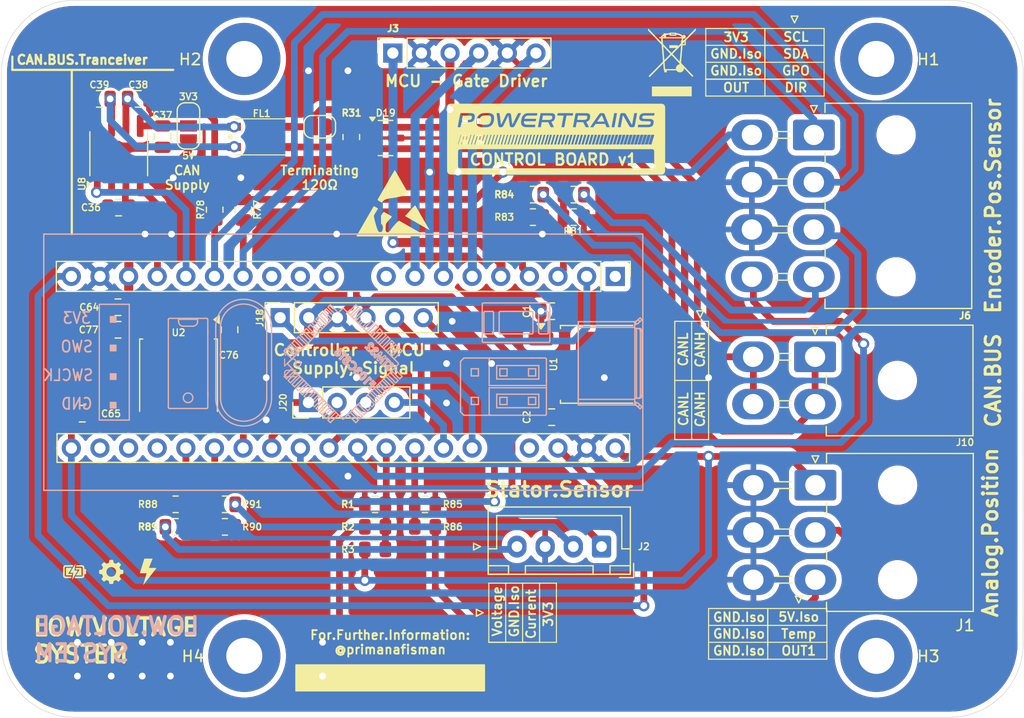
<source format=kicad_pcb>
(kicad_pcb (version 20241229) (generator "pcbnew") (generator_version "9.0")
  (layers (0 "F.Cu" signal) (2 "B.Cu" signal) (13 "F.Paste" user) (15 "B.Paste" user) (5 "F.SilkS" user "F.Silkscreen") (7 "B.SilkS" user "B.Silkscreen") (1 "F.Mask" user) (3 "B.Mask" user) (25 "Edge.Cuts" user))
  (net 0 "")
  (net 1 "5VDigital_Isolated")
  (net 2 "GND_Isolated")
  (net 3 "Net-(JP5-C)")
  (net 4 "CAL_L")
  (net 5 "CAN_H")
  (net 6 "3V3")
  (net 7 "CAN_H_Out")
  (net 8 "CAN_L_Out")
  (net 9 "Net-(J5-Pin_2)")
  (net 10 "SDA")
  (net 11 "SCL")
  (net 12 "Aux2")
  (net 13 "Aux1")
  (net 14 "DIR")
  (net 15 "GPO")
  (net 16 "Out")
  (net 17 "Net-(J2-Pin_4)")
  (net 18 "Net-(J2-Pin_2)")
  (net 19 "CAN_Rx")
  (net 20 "CAN_Tx")
  (net 21 "CurrentSensor")
  (net 22 "VoltageSensor")
  (net 23 "HIN1_Mikon")
  (net 24 "Failure_Mikon")
  (net 25 "LIN2_Mikon")
  (net 26 "HIN2_Mikon")
  (net 27 "/PRECHARGE_FINISH_TRIG")
  (net 28 "BATTV_Out")
  (net 29 "LIN1_Mikon")
  (net 30 "CTRLV_Out")
  (net 31 "12V_Isolated")
  (net 32 "Ready")
  (net 33 "FinishLV")
  (net 37 "Net-(U23-VDDA)")
  (net 43 "Net-(J6-Pin_4)")
  (net 44 "Aux3")
  (net 45 "Net-(J1-Pin_2)")
  (net 46 "Out1")
  (net 47 "Net-(J1-Pin_3)")
  (net 48 "Net-(J6-Pin_3)")
  (footprint "Capacitor_SMD:C_0805_2012Metric" (layer "F.Cu") (at 175.4 141.15 180)
    (property "Reference" "C36")
    (property "Value" "1uF")
  )
  (footprint "clipboard:bbd6e5e4-20c7-4ba6-9c8b-5c4b70e298b7" (layer "F.Cu") (at 207.5 171.25)
    (property "Reference" "")
    (property "Value" "")
  )
  (footprint "Capacitor_SMD:C_0805_2012Metric" (layer "F.Cu") (at 177.15 131.5)
    (property "Reference" "C38")
    (property "Value" "220pf")
  )
  (footprint "MountingHole:MountingHole_3.2mm_M3_Pad" (layer "F.Cu") (at 242.631658 180.955542)
    (property "Reference" "H3")
    (property "Value" "MountingHole")
  )
  (footprint "Package_TO_SOT_SMD:TO-252-2" (layer "F.Cu") (at 217.915 155.0725)
    (property "Reference" "U1")
    (property "Value" "LM78M05_TO252")
  )
  (footprint "Resistor_SMD:R_0805_2012Metric" (layer "F.Cu") (at 184.8375 167.5)
    (property "Reference" "R91")
    (property "Value" "1k8")
  )
  (footprint "Connector_JST:JST_XH_B4B-XH-A_1x04_P2.50mm_Vertical" (layer "F.Cu") (at 218.25 171.25 180)
    (property "Reference" "J2")
    (property "Value" "From Current & Voltage Sense")
  )
  (footprint "Package_TO_SOT_SMD:TO-252-2" (layer "F.Cu") (at 180.72 156.134188 -90)
    (property "Reference" "U2")
    (property "Value" "LM78M05_TO252")
  )
  (footprint "Capacitor_SMD:C_0805_2012Metric" (layer "F.Cu") (at 173.7 131.5 180)
    (property "Reference" "C39")
    (property "Value" "220pf")
  )
  (footprint "LOGO" (layer "F.Cu") (at 214.221218 135.067332)
    (property "Reference" "G***" (hide yes))
    (property "Value" "LOGO" (hide yes))
  )
  (footprint "Symbol:WEEE-Logo_4.2x6mm_SilkScreen" (layer "F.Cu") (at 224.5 128.25)
    (property "Reference" "REF**" (hide yes))
    (property "Value" "WEEE-Logo_4.2x6mm_SilkScreen" (hide yes))
  )
  (footprint "Package_TO_SOT_SMD:SOT-23" (layer "F.Cu") (at 199.0875 134.975)
    (property "Reference" "D19")
    (property "Value" "PESD1CAN")
  )
  (footprint "MountingHole:MountingHole_3.2mm_M3_Pad" (layer "F.Cu") (at 186.557801 180.955542)
    (property "Reference" "H4")
    (property "Value" "MountingHole")
  )
  (footprint "Connector_Molex:Molex_Mini-Fit_Jr_5569-08A2_2x04_P4.20mm_Horizontal" (layer "F.Cu") (at 237.088942 134.7 -90)
    (property "Reference" "J6")
    (property "Value" "Conn_01x08")
  )
  (footprint "Connector_Molex:Molex_Mini-Fit_Jr_5569-06A2_2x03_P4.20mm_Horizontal" (layer "F.Cu") (at 237.225 165.795 -90)
    (property "Reference" "J1")
    (property "Value" "AnalogPosition")
  )
  (footprint "Capacitor_SMD:C_0805_2012Metric" (layer "F.Cu") (at 213.828126 159.761846 180)
    (property "Reference" "C2")
    (property "Value" "100nF")
  )
  (footprint "Resistor_SMD:R_0805_2012Metric" (layer "F.Cu") (at 198.1625 169.5 180)
    (property "Reference" "R2")
    (property "Value" "1k")
  )
  (footprint "Resistor_SMD:R_0805_2012Metric" (layer "F.Cu") (at 215.78146 140)
    (property "Reference" "R82" (hide yes))
    (property "Value" "1k")
  )
  (footprint "STM32-Master:STM32F103CBT6" (layer "F.Cu") (at 196.09 154.93 -90)
    (property "Reference" "U23")
    (property "Value" "STM32F103CBTx")
  )
  (footprint "Capacitor_SMD:C_0805_2012Metric" (layer "F.Cu") (at 185.25 151.994188 90)
    (property "Reference" "C76")
    (property "Value" "330nF")
  )
  (footprint "Jumper:SolderJumper-3_P1.3mm_Open_RoundedPad1.0x1.5mm_NumberLabels" (layer "F.Cu") (at 181.6 133.9 90)
    (property "Reference" "JP5" (hide yes))
    (property "Value" "Logic Level")
  )
  (footprint "Resistor_SMD:R_0805_2012Metric" (layer "F.Cu") (at 212.1625 142 180)
    (property "Reference" "R83")
    (property "Value" "1k")
  )
  (footprint "Capacitor_SMD:C_0805_2012Metric" (layer "F.Cu") (at 179.3 134.85 -90)
    (property "Reference" "C37")
    (property "Value" "1uF")
  )
  (footprint "Connector_PinSocket_2.54mm:PinSocket_1x06_P2.54mm_Vertical" (layer "F.Cu") (at 199.732801 127.430542 90)
    (property "Reference" "J3")
    (property "Value" "Conn_01x06")
  )
  (footprint "Resistor_SMD:R_0805_2012Metric" (layer "F.Cu") (at 198.160854 171.5 180)
    (property "Reference" "R3")
    (property "Value" "1k")
  )
  (footprint "Connector_PinHeader_2.54mm:PinHeader_1x04_P2.54mm_Vertical" (layer "F.Cu") (at 192.247801 158.455542 90)
    (property "Reference" "J20")
    (property "Value" "AnalogPosition")
  )
  (footprint "clipboard:bbd6e5e4-20c7-4ba6-9c8b-5c4b70e298b7" (layer "F.Cu") (at 235.375 124.75 -90)
    (property "Reference" "")
    (property "Value" "")
  )
  (footprint "Connector_PinSocket_2.54mm:PinSocket_1x06_P2.54mm_Vertical" (layer "F.Cu") (at 189.735381 150.929775 90)
    (property "Reference" "J18")
    (property "Value" "Input Power")
  )
  (footprint "Resistor_SMD:R_0805_2012Metric" (layer "F.Cu") (at 202.591325 169.5)
    (property "Reference" "R86")
    (property "Value" "1k")
  )
  (footprint "MountingHole:MountingHole_3.2mm_M3_Pad" (layer "F.Cu") (at 186.557801 127.955542)
    (property "Reference" "H2")
    (property "Value" "MountingHole")
  )
  (footprint "Capacitor_SMD:C_0805_2012Metric" (layer "F.Cu") (at 175.35 150 180)
    (property "Reference" "C64")
    (property "Value" "100nF")
  )
  (footprint "Capacitor_SMD:C_0805_2012Metric" (layer "F.Cu") (at 213.825 150.3525 180)
    (property "Reference" "C1")
    (property "Value" "330nF")
  )
  (footprint "Resistor_SMD:R_0805_2012Metric" (layer "F.Cu") (at 184.8375 169.5 180)
    (property "Reference" "R90")
    (property "Value" "3k3")
  )
  (footprint "Resistor_SMD:R_0805_2012Metric" (layer "F.Cu") (at 180.4635 169.5 180)
    (property "Reference" "R89")
    (property "Value" "1k8")
  )
  (footprint "Resistor_SMD:R_0805_2012Metric" (layer "F.Cu") (at 215.78146 142 180)
    (property "Reference" "R81")
    (property "Value" "1k")
  )
  (footprint "Resistor_SMD:R_0805_2012Metric" (layer "F.Cu") (at 180.462759 167.5)
    (property "Reference" "R88")
    (property "Value" "3k3")
  )
  (footprint "Resistor_SMD:R_0805_2012Metric" (layer "F.Cu") (at 196.05 134.8875 -90)
    (property "Reference" "R31")
    (property "Value" "120")
  )
  (footprint "clipboard:bbd6e5e4-20c7-4ba6-9c8b-5c4b70e298b7" (layer "F.Cu") (at 235.75 176.25 -90)
    (property "Reference" "")
    (property "Value" "")
  )
  (footprint "MountingHole:MountingHole_3.2mm_M3_Pad" (layer "F.Cu") (at 242.631658 127.955542)
    (property "Reference" "H1")
    (property "Value" "MountingHole")
  )
  (footprint "DLW43MH201XK2K:DLW43" (layer "F.Cu") (at 187.88 134.885 180)
    (property "Reference" "FL1")
    (property "Value" "DLW43MH201XK2K")
  )
  (footprint "Capacitor_SMD:C_0805_2012Metric" (layer "F.Cu") (at 175.353061 152)
    (property "Reference" "C77")
    (property "Value" "100nF")
  )
  (footprint "Package_SO:SOIC-8_3.9x4.9mm_P1.27mm" (layer "F.Cu") (at 175.415 136.375 90)
    (property "Reference" "U8")
    (property "Value" "MCP2562-H-SN")
  )
  (footprint "Resistor_SMD:R_0805_2012Metric" (layer "F.Cu") (at 198.1625 167.5)
    (property "Reference" "R1")
    (property "Value" "1k")
  )
  (footprint "Symbol:ESD-Logo_6.6x6mm_SilkScreen" (layer "F.Cu") (at 199.75 140.75)
    (property "Reference" "REF**" (hide yes))
    (property "Value" "ESD-Logo_6.6x6mm_SilkScreen" (hide yes))
  )
  (footprint "LOGO" (layer "F.Cu") (at 174.75 173.5)
    (property "Reference" "G***" (hide yes))
    (property "Value" "LOGO" (hide yes))
  )
  (footprint "Resistor_SMD:R_0805_2012Metric" (layer "F.Cu") (at 202.5875 167.5 180)
    (property "Reference" "R85")
    (property "Value" "1k")
  )
  (footprint "clipboard:bbd6e5e4-20c7-4ba6-9c8b-5c4b70e298b7" (layer "F.Cu") (at 207.75 177.125)
    (property "Reference" "")
    (property "Value" "")
  )
  (footprint "Jumper:SolderJumper-2_P1.3mm_Open_RoundedPad1.0x1.5mm" (layer "F.Cu") (at 193.25 133.975)
    (property "Reference" "J5" (hide yes))
    (property "Value" "Selector Termination")
  )
  (footprint "Resistor_SMD:R_0805_2012Metric" (layer "F.Cu") (at 183.928179 141.3375 -90)
    (property "Reference" "R78")
    (property "Value" "1k")
  )
  (footprint "Connector_Molex:Molex_Mini-Fit_Jr_5569-04A2_2x02_P4.20mm_Horizontal" (layer "F.Cu") (at 237.2 154.4 -90)
    (property "Reference" "J10" (hide yes))
    (property "Value" "CANBUS")
  )
  (footprint "Resistor_SMD:R_0805_2012Metric" (layer "F.Cu") (at 212.16572 140)
    (property "Reference" "R84")
    (property "Value" "1k")
  )
  (footprint "Capacitor_SMD:C_0805_2012Metric" (layer "F.Cu") (at 172.178875 159.45)
    (property "Reference" "C65")
    (property "Value" "100nF")
  )
  (footprint "Resistor_SMD:R_0805_2012Metric" (layer "F.Cu") (at 186.465979 141.3375 -90)
    (property "Reference" "R77")
    (property "Value" "1k")
  )
  (footprint "clipboard:bbd6e5e4-20c7-4ba6-9c8b-5c4b70e298b7" (layer "F.Cu") (at 227.001603 150.92294 -90)
    (property "Reference" "")
    (property "Value" "")
  )
  (gr_line (start 232.75 129.75) (end 227.5 129.75) (stroke (width 0.1)) (layer "F.SilkS"))
  (gr_line (start 209.75 174.5) (end 209.75 179.75) (stroke (width 0.1)) (layer "F.SilkS"))
  (gr_line (start 227.5 128.5) (end 227.5 125.25) (stroke (width 0.1)) (layer "F.SilkS"))
  (gr_line (start 233 178.25) (end 227.75 178.25) (stroke (width 0.1)) (layer "F.SilkS"))
  (gr_line (start 232.75 128.25) (end 227.5 128.25) (stroke (width 0.1)) (layer "F.SilkS"))
  (gr_line (start 238 131.25) (end 238 129.75) (stroke (width 0.1)) (layer "F.SilkS"))
  (gr_line (start 224.75 151.25) (end 224.75 156.5) (stroke (width 0.1)) (layer "F.SilkS"))
  (gr_line (start 171.25 128.975) (end 171.25 143.5) (stroke (width 0.2)) (layer "F.SilkS"))
  (gr_line (start 233 180) (end 233 181.25) (stroke (width 0.1)) (layer "F.SilkS"))
  (gr_line (start 238.25 176.75) (end 233 176.75) (stroke (width 0.1)) (layer "F.SilkS"))
  (gr_line (start 211.25 174.5) (end 211.25 179.75) (stroke (width 0.1)) (layer "F.SilkS"))
  (gr_line (start 214.25 174.5) (end 211.5 174.5) (stroke (width 0.1)) (layer "F.SilkS"))
  (gr_line (start 227.75 180) (end 227.75 181.25) (stroke (width 0.1)) (layer "F.SilkS"))
  (gr_line (start 208.25 174.5) (end 208.25 179.75) (stroke (width 0.1)) (layer "F.SilkS"))
  (gr_line (start 211.5 179.75) (end 212.75 179.75) (stroke (width 0.1)) (layer "F.SilkS"))
  (gr_line (start 233 176.75) (end 227.75 176.75) (stroke (width 0.1)) (layer "F.SilkS"))
  (gr_line (start 227.75 156.5) (end 227.75 161.75) (stroke (width 0.1)) (layer "F.SilkS"))
  (gr_line (start 238 129.75) (end 238 128.5) (stroke (width 0.1)) (layer "F.SilkS"))
  (gr_line (start 238.25 176.75) (end 238.25 180) (stroke (width 0.1)) (layer "F.SilkS"))
  (gr_line (start 227.5 129.75) (end 227.5 131.25) (stroke (width 0.1)) (layer "F.SilkS"))
  (gr_line (start 238.25 181.25) (end 238.25 180) (stroke (width 0.1)) (layer "F.SilkS"))
  (gr_line (start 224.75 156.5) (end 224.75 161.75) (stroke (width 0.1)) (layer "F.SilkS"))
  (gr_line (start 232.75 131.25) (end 232.75 129.75) (stroke (width 0.1)) (layer "F.SilkS"))
  (gr_line (start 232.75 131.25) (end 238 131.25) (stroke (width 0.1)) (layer "F.SilkS"))
  (gr_line (start 165.975 127.75075) (end 165.975 128.925) (stroke (width 0.2)) (layer "F.SilkS"))
  (gr_line (start 238.25 178.25) (end 233 178.25) (stroke (width 0.1)) (layer "F.SilkS"))
  (gr_line (start 233 180) (end 233 176.75) (stroke (width 0.1)) (layer "F.SilkS"))
  (gr_line (start 214.25 174.5) (end 214.25 179.75) (stroke (width 0.1)) (layer "F.SilkS"))
  (gr_line (start 208.25 179.75) (end 211.5 179.75) (stroke (width 0.1)) (layer "F.SilkS"))
  (gr_line (start 232.75 128.5) (end 232.75 125.25) (stroke (width 0.1)) (layer "F.SilkS"))
  (gr_line (start 226.25 151.25) (end 226.25 156.5) (stroke (width 0.1)) (layer "F.SilkS"))
  (gr_line (start 227.75 156.5) (end 224.75 156.5) (stroke (width 0.1)) (layer "F.SilkS"))
  (gr_line (start 227.75 180) (end 227.75 176.75) (stroke (width 0.1)) (layer "F.SilkS"))
  (gr_line (start 211.5 179.75) (end 208.25 179.75) (stroke (width 0.1)) (layer "F.SilkS"))
  (gr_line (start 232.75 125.25) (end 227.5 125.25) (stroke (width 0.1)) (layer "F.SilkS"))
  (gr_line (start 233 179.75) (end 227.75 179.75) (stroke (width 0.1)) (layer "F.SilkS"))
  (gr_line (start 232.75 129.75) (end 238 129.75) (stroke (width 0.1)) (layer "F.SilkS"))
  (gr_line (start 227.75 161.75) (end 224.75 161.75) (stroke (width 0.1)) (layer "F.SilkS"))
  (gr_line (start 238 128.25) (end 232.75 128.25) (stroke (width 0.1)) (layer "F.SilkS"))
  (gr_rect (start 191.1308 181.75) (end 207.8694 184.0669) (stroke (width 0.1)) (fill yes) (layer "F.SilkS"))
  (gr_line (start 238 125.25) (end 232.75 125.25) (stroke (width 0.1)) (layer "F.SilkS"))
  (gr_line (start 224.75 151.25) (end 227.75 151.25) (stroke (width 0.1)) (layer "F.SilkS"))
  (gr_line (start 227.5 131.25) (end 232.75 131.25) (stroke (width 0.1)) (layer "F.SilkS"))
  (gr_line (start 227.5 128.5) (end 227.5 129.75) (stroke (width 0.1)) (layer "F.SilkS"))
  (gr_line (start 227.75 151.25) (end 227.75 156.5) (stroke (width 0.1)) (layer "F.SilkS"))
  (gr_line (start 238 125.25) (end 238 128.5) (stroke (width 0.1)) (layer "F.SilkS"))
  (gr_line (start 233 181.25) (end 238.25 181.25) (stroke (width 0.1)) (layer "F.SilkS"))
  (gr_line (start 214.25 179.75) (end 212.75 179.75) (stroke (width 0.1)) (layer "F.SilkS"))
  (gr_line (start 238.25 179.75) (end 233 179.75) (stroke (width 0.1)) (layer "F.SilkS"))
  (gr_line (start 232.75 125.25) (end 232.75 128.5) (stroke (width 0.1)) (layer "F.SilkS"))
  (gr_line (start 208.25 174.5) (end 211.5 174.5) (stroke (width 0.1)) (layer "F.SilkS"))
  (gr_line (start 232.75 129.75) (end 232.75 128.5) (stroke (width 0.1)) (layer "F.SilkS"))
  (gr_line (start 226.25 156.5) (end 226.25 161.75) (stroke (width 0.1)) (layer "F.SilkS"))
  (gr_line (start 233 176.75) (end 233 180) (stroke (width 0.1)) (layer "F.SilkS"))
  (gr_line (start 238 126.75) (end 232.75 126.75) (stroke (width 0.1)) (layer "F.SilkS"))
  (gr_line (start 212.75 179.75) (end 212.75 174.5) (stroke (width 0.1)) (layer "F.SilkS"))
  (gr_line (start 232.75 126.75) (end 227.5 126.75) (stroke (width 0.1)) (layer "F.SilkS"))
  (gr_line (start 238 129.75) (end 232.75 129.75) (stroke (width 0.1)) (layer "F.SilkS"))
  (gr_line (start 180.25 128.925) (end 165.975 128.925) (stroke (width 0.2)) (layer "F.SilkS"))
  (gr_line (start 212.75 174.5) (end 212.75 179.75) (stroke (width 0.1)) (layer "F.SilkS"))
  (gr_line (start 227.5 129.75) (end 232.75 129.75) (stroke (width 0.1)) (layer "F.SilkS"))
  (gr_line (start 227.75 181.25) (end 233 181.25) (stroke (width 0.1)) (layer "F.SilkS"))
  (gr_arc (start 171.5 186.403806) (mid 166.903806 184.5) (end 165 179.903806) (stroke (width 0.05)) (layer "Edge.Cuts"))
  (gr_line (start 165 129.25) (end 165.000001 179.903806) (stroke (width 0.05)) (layer "Edge.Cuts"))
  (gr_line (start 249.153806 186.4038) (end 171.5 186.403806) (stroke (width 0.05)) (layer "Edge.Cuts"))
  (gr_line (start 255.660995 129.24593) (end 255.653806 179.9038) (stroke (width 0.05)) (layer "Edge.Cuts"))
  (gr_arc (start 255.653806 179.903806) (mid 253.75 184.5) (end 249.153806 186.403806) (stroke (width 0.05)) (layer "Edge.Cuts"))
  (gr_line (start 249.160995 122.74593) (end 171.5 122.75) (stroke (width 0.05)) (layer "Edge.Cuts"))
  (gr_arc (start 165 129.25) (mid 166.903806 124.653806) (end 171.5 122.75) (stroke (width 0.05)) (layer "Edge.Cuts"))
  (gr_arc (start 249.160995 122.74593) (mid 253.757189 124.649736) (end 255.660995 129.24593) (stroke (width 0.05)) (layer "Edge.Cuts"))
  (gr_text "Voltage" (at 209 177 90) (layer "F.SilkS") (effects (font (size 0.8 0.8) (thickness 0.16) (bold yes))))
  (gr_text "5V.Iso" (at 235.75 177.5 0) (layer "F.SilkS") (effects (font (size 0.8 0.8) (thickness 0.16) (bold yes))))
  (gr_text "Analog.Position" (at 252.75 170 90) (layer "F.SilkS") (effects (font (size 1.3 1.3) (thickness 0.26) (bold yes))))
  (gr_text "GND.Iso" (at 230.449217 177.525391 0) (layer "F.SilkS") (effects (font (size 0.8 0.8) (thickness 0.16) (bold yes))))
  (gr_text "CAN\nSupply" (at 181.5 138.5 0) (layer "F.SilkS") (effects (font (size 0.8 0.8) (thickness 0.16) (bold yes))))
  (gr_text "3V3" (at 213.525391 177.25 90) (layer "F.SilkS") (effects (font (size 0.8 0.8) (thickness 0.16) (bold yes))))
  (gr_text "GPO" (at 235.5 129 0) (layer "F.SilkS") (effects (font (size 0.8 0.8) (thickness 0.16) (bold yes))))
  (gr_text "Temp" (at 235.75 179 0) (layer "F.SilkS") (effects (font (size 0.8 0.8) (thickness 0.16) (bold yes))))
  (gr_text "CANL" (at 225.525391 159.050783 90) (layer "F.SilkS") (effects (font (size 0.8 0.8) (thickness 0.16) (bold yes))))
  (gr_text "OUT" (at 230.19678 130.5 0) (layer "F.SilkS") (effects (font (size 0.8 0.8) (thickness 0.16) (bold yes))))
  (gr_text "CAN.BUS" (at 253 156.5 90) (layer "F.SilkS") (effects (font (size 1.3 1.3) (thickness 0.26) (bold yes))))
  (gr_text "Terminating\n120Ω" (at 193.25 138.5 0) (layer "F.SilkS") (effects (font (size 0.8 0.8) (thickness 0.16) (bold yes))))
  (gr_text "3V3" (at 230.199217 126.025391 0) (layer "F.SilkS") (effects (font (size 0.8 0.8) (thickness 0.16) (bold yes))))
  (gr_text "GND.Iso" (at 230.44678 180.5 0) (layer "F.SilkS") (effects (font (size 0.8 0.8) (thickness 0.16) (bold yes))))
  (gr_text "GND.Iso" (at 230.449217 179 0) (layer "F.SilkS") (effects (font (size 0.8 0.8) (thickness 0.16) (bold yes))))
  (gr_text "For.Further.Information:\n@primanafisman" (at 199.5 179.75 0) (layer "F.SilkS") (effects (font (size 0.8 0.8) (thickness 0.16) (bold yes))))
  (gr_text "OUT1" (at 235.75 180.5 0) (layer "F.SilkS") (effects (font (size 0.8 0.8) (thickness 0.16) (bold yes))))
  (gr_text "Controller - MCU \nSupply, Signal" (at 196.25 156 0) (layer "F.SilkS") (effects (font (size 1 1) (thickness 0.2) (bold yes)) (justify bottom)))
  (gr_text "GND.Iso" (at 230.199217 127.5 0) (layer "F.SilkS") (effects (font (size 0.8 0.8) (thickness 0.16) (bold yes))))
  (gr_text "CAN.BUS.Tranceiver" (at 166.25 128.5 0) (layer "F.SilkS") (effects (font (size 0.8 0.8) (thickness 0.2) (bold yes)) (justify left bottom)))
  (gr_text "CANH" (at 227 159.050783 90) (layer "F.SilkS") (effects (font (size 0.8 0.8) (thickness 0.16) (bold yes))))
  (gr_text "Stator.Sensor" (at 214.5 166.18 0) (layer "F.SilkS") (effects (font (size 1.3 1.3) (thickness 0.26) (bold yes))))
  (gr_text "GND.Iso\n" (at 210.5 177 90) (layer "F.SilkS") (effects (font (size 0.8 0.8) (thickness 0.16) (bold yes))))
  (gr_text "DIR" (at 235.5 130.5 0) (layer "F.SilkS") (effects (font (size 0.8 0.8) (thickness 0.16) (bold yes))))
  (gr_text "CANL" (at 225.5 153.75 90) (layer "F.SilkS") (effects (font (size 0.8 0.8) (thickness 0.16) (bold yes))))
  (gr_text "LOW.VOLTAGE\nSYSTEM" (at 167.6658 179.616 0) (layer "F.SilkS") (effects (font (size 1.5 1.5) (thickness 0.3)) (justify left)))
  (gr_text "SCL" (at 235.5 126 0) (layer "F.SilkS") (effects (font (size 0.8 0.8) (thickness 0.16) (bold yes))))
  (gr_text "Current" (at 212 177.25 90) (layer "F.SilkS") (effects (font (size 0.8 0.8) (thickness 0.16) (bold yes))))
  (gr_text "CONTROL BOARD v1" (at 213.99768 137.473929 0) (layer "F.SilkS") (effects (font (size 1 1) (thickness 0.2) (bold yes)) (justify bottom)))
  (gr_text "MCU - Gate Driver" (at 206.25 130.5 0) (layer "F.SilkS") (effects (font (size 1 1) (thickness 0.2) (bold yes)) (justify bottom)))
  (gr_text "CANH" (at 227 153.75 90) (layer "F.SilkS") (effects (font (size 0.8 0.8) (thickness 0.16) (bold yes))))
  (gr_text "SDA" (at 235.5 127.5 0) (layer "F.SilkS") (effects (font (size 0.8 0.8) (thickness 0.16) (bold yes))))
  (gr_text "GND.Iso" (at 230.19678 129 0) (layer "F.SilkS") (effects (font (size 0.8 0.8) (thickness 0.16) (bold yes))))
  (gr_text "Encoder.Pos.Sensor" (at 253 141 90) (layer "F.SilkS") (effects (font (size 1.3 1.3) (thickness 0.26) (bold yes))))
  (gr_text "LOW.VOLTAGE\nSYSTEM" (at 167.75 179.5 0) (layer "B.SilkS") (effects (font (size 1.5 1.5) (thickness 0.3)) (justify right mirror)))
  (segment (start 180.75 137) (end 176.837501 137) (width 0.6) (layer "F.Cu") (net 1))
  (segment (start 197.248354 171.5) (end 197.248354 174.248354) (width 0.6) (layer "F.Cu") (net 1))
  (segment (start 176 139.85) (end 176 141.85) (width 0.6) (layer "F.Cu") (net 1))
  (segment (start 171.21 162.35) (end 171.23 162.37) (width 0.6) (layer "F.Cu") (net 1))
  (segment (start 177.534188 152) (end 178.44 151.094188) (width 0.8) (layer "F.Cu") (net 1))
  (segment (start 171.23 159.451125) (end 171.21 159.471125) (width 0.6) (layer "F.Cu") (net 1))
  (segment (start 176 141.85) (end 176.3 142.15) (width 0.6) (layer "F.Cu") (net 1))
  (segment (start 176.25 150.05) (end 176.25 152.25) (width 0.8) (layer "F.Cu") (net 1))
  (segment (start 227.75 163.25) (end 220.22 163.25) (width 0.6) (layer "F.Cu") (net 1))
  (segment (start 181.6 136.15) (end 180.75 137) (width 0.6) (layer "F.Cu") (net 1))
  (segment (start 176.3 147.14) (end 176.31 147.13) (width 0.8) (layer "F.Cu") (net 1))
  (segment (start 176.05 137.787501) (end 176.05 138.85) (width 0.6) (layer "F.Cu") (net 1))
  (segment (start 197.248354 174.248354) (end 197.25 174.25) (width 0.6) (layer "F.Cu") (net 1))
  (segment (start 176.303061 152.196939) (end 176.303061 152) (width 0.8) (layer "F.Cu") (net 1))
  (segment (start 176.3 150) (end 176.25 150.05) (width 0.8) (layer "F.Cu") (net 1))
  (segment (start 176.3 150) (end 176.3 147.14) (width 0.8) (layer "F.Cu") (net 1))
  (segment (start 176.303061 152) (end 177.534188 152) (width 0.8) (layer "F.Cu") (net 1))
  (segment (start 176.837501 137) (end 176.05 137.787501) (width 0.6) (layer "F.Cu") (net 1))
  (segment (start 171.21 159.471125) (end 171.21 162.35) (width 0.6) (layer "F.Cu") (net 1))
  (segment (start 176.31 147.13) (end 176.31 142.16) (width 0.8) (layer "F.Cu") (net 1))
  (segment (start 237.225 165.6) (end 234.875 163.25) (width 0.6) (layer "F.Cu") (net 1))
  (segment (start 176.303061 152) (end 176.303061 153.196939) (width 0.8) (layer "F.Cu") (net 1))
  (segment (start 171.228875 158.271125) (end 171.228875 159.45) (width 0.8) (layer "F.Cu") (net 1))
  (segment (start 176.31 142.16) (end 176.3 142.15) (width 0.8) (layer "F.Cu") (net 1))
  (segment (start 220.22 163.25) (end 219.47 162.5) (width 0.6) (layer "F.Cu") (net 1))
  (segment (start 181.6 135.2) (end 181.6 136.15) (width 0.6) (layer "F.Cu") (net 1))
  (segment (start 176.303061 153.196939) (end 171.228875 158.271125) (width 0.8) (layer "F.Cu") (net 1))
  (segment (start 234.875 163.25) (end 227.75 163.25) (width 0.6) (layer "F.Cu") (net 1))
  (segment (start 176.25 152.25) (end 176.303061 152.196939) (width 0.8) (layer "F.Cu") (net 1))
  (via (at 197.25 174.25) (size 1) (drill 0.6) (layers "F.Cu" "B.Cu") (net 1))
  (via (at 227.75 163.25) (size 1) (drill 0.6) (layers "F.Cu" "B.Cu") (net 1))
  (segment (start 225.5 174.25) (end 227.75 172) (width 0.6) (layer "B.Cu") (net 1))
  (segment (start 227.75 172) (end 227.75 163.25) (width 0.6) (layer "B.Cu") (net 1))
  (segment (start 197.25 174.25) (end 225.5 174.25) (width 0.6) (layer "B.Cu") (net 1))
  (segment (start 171.21 168.46) (end 177 174.25) (width 0.6) (layer "B.Cu") (net 1))
  (segment (start 171.21 162.5) (end 171.21 168.46) (width 0.6) (layer "B.Cu") (net 1))
  (segment (start 177 174.25) (end 197.25 174.25) (width 0.6) (layer "B.Cu") (net 1))
  (via (at 213 143.5) (size 1) (drill 0.6) (layers "F.Cu" "B.Cu") (net 2))
  (via (at 204.5 158.5) (size 1) (drill 0.6) (layers "F.Cu" "B.Cu") (net 2))
  (via (at 171.75 182.75) (size 1) (drill 0.6) (layers "F.Cu" "B.Cu") (net 2))
  (via (at 174.75 179.75) (size 1) (drill 0.6) (layers "F.Cu" "B.Cu") (net 2))
  (via (at 180 179.75) (size 1) (drill 0.6) (layers "F.Cu" "B.Cu") (net 2))
  (via (at 177.5 182.75) (size 1) (drill 0.6) (layers "F.Cu" "B.Cu") (net 2))
  (via (at 171.75 179.75) (size 1) (drill 0.6) (layers "F.Cu" "B.Cu") (net 2))
  (via (at 218.5 156.25) (size 1) (drill 0.6) (layers "F.Cu" "B.Cu") (net 2))
  (via (at 203 138) (size 1) (drill 0.6) (layers "F.Cu" "B.Cu") (net 2))
  (via (at 177.75 143.5) (size 1) (drill 0.6) (layers "F.Cu" "B.Cu") (net 2))
  (via (at 192.25 129) (size 1) (drill 0.6) (layers "F.Cu" "B.Cu") (net 2))
  (via (at 177.5 179.75) (size 1) (drill 0.6) (layers "F.Cu" "B.Cu") (net 2))
  (via (at 193.5 182.75) (size 1) (drill 0.6) (layers "F.Cu" "B.Cu") (net 2))
  (via (at 188.5 160) (size 1) (drill 0.6) (layers "F.Cu" "B.Cu") (net 2))
  (via (at 205 151.25) (size 1) (drill 0.6) (layers "F.Cu" "B.Cu") (net 2))
  (via (at 188.5 156.25) (size 1) (drill 0.6) (layers "F.Cu" "B.Cu") (net 2))
  (via (at 180.100558 143.505296) (size 1) (drill 0.6) (layers "F.Cu" "B.Cu") (net 2))
  (via (at 195.75 129) (size 1) (drill 0.6) (layers "F.Cu" "B.Cu") (net 2))
  (via (at 195.75 165) (size 1) (drill 0.6) (layers "F.Cu" "B.Cu") (net 2))
  (via (at 174.75 182.75) (size 1) (drill 0.6) (layers "F.Cu" "B.Cu") (net 2))
  (via (at 180 182.75) (size 1) (drill 0.6) (layers "F.Cu" "B.Cu") (net 2))
  (via (at 205.5 138) (size 1) (drill 0.6) (layers "F.Cu" "B.Cu") (net 2))
  (via (at 227.75 156.25) (size 1) (drill 0.6) (layers "F.Cu" "B.Cu") (net 2))
  (via (at 186.25 138.5) (size 1) (drill 0.6) (layers "F.Cu" "B.Cu") (net 2))
  (via (at 193.5 179.75) (size 1) (drill 0.6) (layers "F.Cu" "B.Cu") (net 2))
  (via (at 196.5 156.25) (size 1) (drill 0.6) (layers "F.Cu" "B.Cu") (net 2))
  (via (at 204.5 155) (size 1) (drill 0.6) (layers "F.Cu" "B.Cu") (net 2))
  (via (at 180.25 138.5) (size 1) (drill 0.6) (layers "F.Cu" "B.Cu") (net 2))
  (via (at 208.5 155) (size 1) (drill 0.6) (layers "F.Cu" "B.Cu") (net 2))
  (via (at 194.75 143.5) (size 1) (drill 0.6) (layers "F.Cu" "B.Cu") (net 2))
  (segment (start 181.6 133.9) (end 179.3 133.9) (width 0.6) (layer "F.Cu") (net 3))
  (segment (start 179.3 133.9) (end 177.32 133.9) (width 0.6) (layer "F.Cu") (net 3))
  (segment (start 176.05 131.65) (end 176.2 131.5) (width 0.6) (layer "F.Cu") (net 4))
  (segment (start 176.05 133.9) (end 176.05 131.65) (width 0.6) (layer "F.Cu") (net 4))
  (via (at 176.2 131.5) (size 1) (drill 0.6) (layers "F.Cu" "B.Cu") (net 4))
  (via (at 185.65 133.975) (size 1) (drill 0.6) (layers "F.Cu" "B.Cu") (net 4))
  (segment (start 185.65 133.975) (end 185.625 134) (width 0.6) (layer "B.Cu") (net 4))
  (segment (start 178.7 134) (end 176.2 131.5) (width 0.6) (layer "B.Cu") (net 4))
  (segment (start 185.625 134) (end 178.7 134) (width 0.6) (layer "B.Cu") (net 4))
  (segment (start 174.78 133.9) (end 174.78 131.63) (width 0.6) (layer "F.Cu") (net 5))
  (segment (start 185.6689 135.748539) (end 185.6689 135.7561) (width 0.6) (layer "F.Cu") (net 5))
  (segment (start 174.78 131.63) (end 174.65 131.5) (width 0.6) (layer "F.Cu") (net 5))
  (segment (start 185.6689 135.7561) (end 185.65 135.775) (width 0.6) (layer "F.Cu") (net 5))
  (via (at 174.65 131.5) (size 1) (drill 0.6) (layers "F.Cu" "B.Cu") (net 5))
  (via (at 185.6689 135.748539) (size 1) (drill 0.6) (layers "F.Cu" "B.Cu") (net 5))
  (segment (start 185.6689 135.748539) (end 185.667439 135.75) (width 0.6) (layer "B.Cu") (net 5))
  (segment (start 177 135.75) (end 174.65 133.4) (width 0.6) (layer "B.Cu") (net 5))
  (segment (start 174.65 133.4) (end 174.65 131.5) (width 0.6) (layer "B.Cu") (net 5))
  (segment (start 185.667439 135.75) (end 177 135.75) (width 0.6) (layer "B.Cu") (net 5))
  (segment (start 210.301 159) (end 210.301 154.426) (width 0.6) (layer "F.Cu") (net 6))
  (segment (start 218.25 171.775) (end 218.25 171) (width 0.6) (layer "F.Cu") (net 6))
  (segment (start 195.75 140.425) (end 186.465979 140.425) (width 0.6) (layer "F.Cu") (net 6))
  (segment (start 196.5 149.039238) (end 196.5 141.25) (width 0.6) (layer "F.Cu") (net 6))
  (segment (start 196.5 141.25) (end 196.5 140.5) (width 0.6) (layer "F.Cu") (net 6))
  (segment (start 212.358127 159.761846) (end 212.878126 159.761846) (width 0.6) (layer "F.Cu") (net 6))
  (segment (start 212.355001 159.75872) (end 212.358127 159.761846) (width 0.6) (layer "F.Cu") (net 6))
  (segment (start 196.580907 141.25) (end 197.405907 140.425) (width 0.6) (layer "F.Cu") (net 6))
  (segment (start 211 159.761846) (end 210.312846 159.761846) (width 0.6) (layer "F.Cu") (net 6))
  (segment (start 196.5 141.25) (end 196.580907 141.25) (width 0.6) (layer "F.Cu") (net 6))
  (segment (start 211 159.761846) (end 211 159.801) (width 0.6) (layer "F.Cu") (net 6))
  (segment (start 211 159.699) (end 210.301 159) (width 0.6) (layer "F.Cu") (net 6))
  (segment (start 183.928179 140.425) (end 186.465979 140.425) (width 0.6) (layer "F.Cu") (net 6))
  (segment (start 210.312846 159.761846) (end 210.301 159.75) (width 0.6) (layer "F.Cu") (net 6))
  (segment (start 197.355381 149.894619) (end 197.355381 150.929775) (width 0.6) (layer "F.Cu") (net 6))
  (segment (start 207.075 140.425) (end 197.405907 140.425) (width 0.6) (layer "F.Cu") (net 6))
  (segment (start 210.301 154.426) (end 204.942128 149.067128) (width 0.6) (layer "F.Cu") (net 6))
  (segment (start 211 159.801) (end 210.301 160.5) (width 0.6) (layer "F.Cu") (net 6))
  (segment (start 197.405907 140.425) (end 195.75 140.425) (width 0.6) (layer "F.Cu") (net 6))
  (segment (start 204.942128 149.067128) (end 198.182872 149.067128) (width 0.6) (layer "F.Cu") (net 6))
  (segment (start 197.355381 149.894619) (end 196.5 149.039238) (width 0.6) (layer "F.Cu") (net 6))
  (segment (start 215.25 168) (end 211.25 168) (width 0.6) (layer "F.Cu") (net 6))
  (segment (start 212.878126 159.761846) (end 211 159.761846) (width 0.6) (layer "F.Cu") (net 6))
  (segment (start 211.25 168) (end 210.301 167.051) (width 0.6) (layer "F.Cu") (net 6))
  (segment (start 181.6 132.6) (end 183.1 132.6) (width 0.6) (layer "F.Cu") (net 6))
  (segment (start 196.5 141.25) (end 196.5 141.175) (width 0.6) (layer "F.Cu") (net 6))
  (segment (start 210.301 167.051) (end 210.301 160.5) (width 0.6) (layer "F.Cu") (net 6))
  (segment (start 183.1 132.6) (end 183.928179 133.428179) (width 0.6) (layer "F.Cu") (net 6))
  (segment (start 196.5 141.175) (end 195.75 140.425) (width 0.6) (layer "F.Cu") (net 6))
  (segment (start 218.25 171) (end 215.25 168) (width 0.6) (layer "F.Cu") (net 6))
  (segment (start 183.928179 133.428179) (end 183.928179 140.425) (width 0.6) (layer "F.Cu") (net 6))
  (segment (start 210.301 159.75) (end 210.301 159) (width 0.6) (layer "F.Cu") (net 6))
  (segment (start 211 159.761846) (end 211 159.699) (width 0.6) (layer "F.Cu") (net 6))
  (segment (start 198.182872 149.067128) (end 197.355381 149.894619) (width 0.6) (layer "F.Cu") (net 6))
  (segment (start 212.875 157.3525) (end 212.875 159.75872) (width 0.6) (layer "F.Cu") (net 6))
  (segment (start 210.301 160.5) (end 210.301 159.75) (width 0.6) (layer "F.Cu") (net 6))
  (segment (start 209.5 138) (end 207.075 140.425) (width 0.6) (layer "F.Cu") (net 6))
  (via (at 209.5 138) (size 1) (drill 0.6) (layers "F.Cu" "B.Cu") (net 6))
  (segment (start 229.55 134.7) (end 231.588942 134.7) (width 0.6) (layer "B.Cu") (net 6))
  (segment (start 226.25 138) (end 229.55 134.7) (width 0.6) (layer "B.Cu") (net 6))
  (segment (start 209.5 138) (end 226.25 138) (width 0.6) (layer "B.Cu") (net 6))
  (segment (start 224.5 140) (end 220.425 135.925) (width 0.6) (layer "F.Cu") (net 7))
  (segment (start 237.2 158.93) (end 235.13 161) (width 0.6) (layer "F.Cu") (net 7))
  (segment (start 220.425 135.925) (end 198.15 135.925) (width 0.6) (layer "F.Cu") (net 7))
  (segment (start 235.13 161) (end 229 161) (width 0.6) (layer "F.Cu") (net 7))
  (segment (start 196.025 135.775) (end 196.05 135.8) (width 0.6) (layer "F.Cu") (net 7))
  (segment (start 198.15 135.925) (end 196.175 135.925) (width 0.6) (layer "F.Cu") (net 7))
  (segment (start 196.175 135.925) (end 196.05 135.8) (width 0.6) (layer "F.Cu") (net 7))
  (segment (start 224.5 156.5) (end 224.5 140) (width 0.6) (layer "F.Cu") (net 7))
  (segment (start 237.2 154.4) (end 237.2 158.93) (width 0.6) (layer "F.Cu") (net 7))
  (segment (start 229 161) (end 224.5 156.5) (width 0.6) (layer "F.Cu") (net 7))
  (segment (start 190.35 135.775) (end 196.025 135.775) (width 0.6) (layer "F.Cu") (net 7))
  (segment (start 229.15 154.4) (end 231.725 154.4) (width 0.6) (layer "F.Cu") (net 8))
  (segment (start 226.75 152) (end 229.15 154.4) (width 0.6) (layer "F.Cu") (net 8))
  (segment (start 198.15 134.025) (end 198.15 133.1) (width 0.6) (layer "F.Cu") (net 8))
  (segment (start 197.5 132.45) (end 193.35 132.45) (width 0.6) (layer "F.Cu") (net 8))
  (segment (start 231.725 154.4) (end 231.725 158.905) (width 0.6) (layer "F.Cu") (net 8))
  (segment (start 198.15 133.1) (end 197.5 132.45) (width 0.6) (layer "F.Cu") (net 8))
  (segment (start 221.525 134.025) (end 226.75 139.25) (width 0.6) (layer "F.Cu") (net 8))
  (segment (start 226.75 139.25) (end 226.75 152) (width 0.6) (layer "F.Cu") (net 8))
  (segment (start 198.15 134.025) (end 221.525 134.025) (width 0.6) (layer "F.Cu") (net 8))
  (segment (start 192.6 133.2) (end 192.6 133.975) (width 0.6) (layer "F.Cu") (net 8))
  (segment (start 193.35 132.45) (end 192.6 133.2) (width 0.6) (layer "F.Cu") (net 8))
  (segment (start 190.35 133.975) (end 192.6 133.975) (width 0.6) (layer "F.Cu") (net 8))
  (segment (start 196.05 133.975) (end 193.9 133.975) (width 0.6) (layer "F.Cu") (net 9))
  (segment (start 183.928179 147.128179) (end 183.93 147.13) (width 0.6) (layer "F.Cu") (net 10))
  (segment (start 183.928179 142.25) (end 183.928179 147.128179) (width 0.6) (layer "F.Cu") (net 10))
  (segment (start 240.75 137.75) (end 240.75 133) (width 0.6) (layer "B.Cu") (net 10))
  (segment (start 191 126.5) (end 191 137) (width 0.6) (layer "B.Cu") (net 10))
  (segment (start 237.088942 138.9) (end 239.6 138.9) (width 0.6) (layer "B.Cu") (net 10))
  (segment (start 193.5 124) (end 191 126.5) (width 0.6) (layer "B.Cu") (net 10))
  (segment (start 191 137) (end 183.91 144.09) (width 0.6) (layer "B.Cu") (net 10))
  (segment (start 231.75 124) (end 193.5 124) (width 0.6) (layer "B.Cu") (net 10))
  (segment (start 183.91 144.09) (end 183.91 147.26) (width 0.6) (layer "B.Cu") (net 10))
  (segment (start 240.75 133) (end 231.75 124) (width 0.6) (layer "B.Cu") (net 10))
  (segment (start 239.6 138.9) (end 240.75 137.75) (width 0.6) (layer "B.Cu") (net 10))
  (segment (start 186.465979 147.125979) (end 186.47 147.13) (width 0.6) (layer "F.Cu") (net 11))
  (segment (start 186.465979 142.25) (end 186.465979 147.125979) (width 0.6) (layer "F.Cu") (net 11))
  (segment (start 237.088942 133.338942) (end 229.25 125.5) (width 0.6) (layer "B.Cu") (net 11))
  (segment (start 237.088942 134.7) (end 237.088942 133.338942) (width 0.6) (layer "B.Cu") (net 11))
  (segment (start 186.45 145.05) (end 186.45 147.26) (width 0.6) (layer "B.Cu") (net 11))
  (segment (start 195.75 125.5) (end 193.5 127.75) (width 0.6) (layer "B.Cu") (net 11))
  (segment (start 229.25 125.5) (end 195.75 125.5) (width 0.6) (layer "B.Cu") (net 11))
  (segment (start 193.5 127.75) (end 193.5 138) (width 0.6) (layer "B.Cu") (net 11))
  (segment (start 193.5 138) (end 186.45 145.05) (width 0.6) (layer "B.Cu") (net 11))
  (segment (start 202.25 153.284394) (end 202.25 159.75) (width 0.6) (layer "F.Cu") (net 12))
  (segment (start 199.895381 150.929775) (end 202.25 153.284394) (width 0.6) (layer "F.Cu") (net 12))
  (segment (start 201.5 160.5) (end 195.96 160.5) (width 0.6) (layer "F.Cu") (net 12))
  (segment (start 195.96 160.5) (end 194.09 162.37) (width 0.6) (layer "F.Cu") (net 12))
  (segment (start 202.25 159.75) (end 201.5 160.5) (width 0.6) (layer "F.Cu") (net 12))
  (segment (start 208.75 157.244394) (end 202.435381 150.929775) (width 0.6) (layer "F.Cu") (net 13))
  (segment (start 208.75 167.25) (end 208.75 157.244394) (width 0.6) (layer "F.Cu") (net 13))
  (via (at 208.75 167.25) (size 1) (drill 0.6) (layers "F.Cu" "B.Cu") (net 13))
  (segment (start 195 167.25) (end 191.53 163.78) (width 0.6) (layer "B.Cu") (net 13))
  (segment (start 208.75 167.25) (end 195 167.25) (width 0.6) (layer "B.Cu") (net 13))
  (segment (start 191.53 163.78) (end 191.53 162.5) (width 0.6) (layer "B.Cu") (net 13))
  (segment (start 214.86896 146.67104) (end 214.41 147.13) (width 0.6) (layer "F.Cu") (net 14))
  (segment (start 214.86896 140) (end 214.86896 146.67104) (width 0.6) (layer "F.Cu") (net 14))
  (segment (start 211.23896 146.49896) (end 211.23896 140.01426) (width 0.6) (layer "F.Cu") (net 15))
  (segment (start 211.23896 140.01426) (end 211.25322 140) (width 0.6) (layer "F.Cu") (net 15))
  (segment (start 211.87 147.13) (end 211.23896 146.49896) (width 0.6) (layer "F.Cu") (net 15))
  (segment (start 239.5 151.25) (end 233.5 151.25) (width 0.6) (layer "F.Cu") (net 16))
  (segment (start 233.5 151.25) (end 231.725 149.475) (width 0.6) (layer "F.Cu") (net 16))
  (segment (start 241.5 153.25) (end 239.5 151.25) (width 0.6) (layer "F.Cu") (net 16))
  (segment (start 231.725 149.475) (end 231.725 147.855) (width 0.6) (layer "F.Cu") (net 16))
  (via (at 241.5 153.25) (size 1) (drill 0.6) (layers "F.Cu" "B.Cu") (net 16))
  (segment (start 221.5 165) (end 224.5 162) (width 0.6) (layer "B.Cu") (net 16))
  (segment (start 196.61 163.36) (end 198.25 165) (width 0.6) (layer "B.Cu") (net 16))
  (segment (start 198.25 165) (end 221.5 165) (width 0.6) (layer "B.Cu") (net 16))
  (segment (start 239.5 162) (end 241.5 160) (width 0.6) (layer "B.Cu") (net 16))
  (segment (start 241.5 160) (end 241.5 153.25) (width 0.6) (layer "B.Cu") (net 16))
  (segment (start 224.5 162) (end 239.5 162) (width 0.6) (layer "B.Cu") (net 16))
  (segment (start 196.61 162.5) (end 196.61 163.36) (width 0.6) (layer "B.Cu") (net 16))
  (via (at 179.551 169.5) (size 1) (drill 0.6) (layers "F.Cu" "B.Cu") (net 17))
  (segment (start 210.75 171.25) (end 210.5 171.5) (width 0.6) (layer "B.Cu") (net 17))
  (segment (start 180.75 171.5) (end 179.551 170.301) (width 0.6) (layer "B.Cu") (net 17))
  (segment (start 179.551 170.301) (end 179.551 169.5) (width 0.6) (layer "B.Cu") (net 17))
  (segment (start 210.5 171.5) (end 180.75 171.5) (width 0.6) (layer "B.Cu") (net 17))
  (via (at 185.75 167.5) (size 1) (drill 0.6) (layers "F.Cu" "B.Cu") (net 18))
  (segment (start 214 169.5) (end 215.75 171.25) (width 0.6) (layer "B.Cu") (net 18))
  (segment (start 187.75 169.5) (end 214 169.5) (width 0.6) (layer "B.Cu") (net 18))
  (segment (start 215.75 171.775) (end 215.75 171.25) (width 0.6) (layer "B.Cu") (net 18))
  (segment (start 185.75 167.5) (end 187.75 169.5) (width 0.6) (layer "B.Cu") (net 18))
  (segment (start 177.27 139.85) (end 177.8 139.85) (width 0.6) (layer "F.Cu") (net 19))
  (segment (start 178.85 140.9) (end 178.85 147.13) (width 0.6) (layer "F.Cu") (net 19))
  (segment (start 177.8 139.85) (end 178.85 140.9) (width 0.6) (layer "F.Cu") (net 19))
  (segment (start 173.46 139.85) (end 173.46 139.81) (width 0.6) (layer "F.Cu") (net 20))
  (segment (start 173.46 139.81) (end 173.45 139.8) (width 0.6) (layer "F.Cu") (net 20))
  (via (at 173.45 139.8) (size 1) (drill 0.6) (layers "F.Cu" "B.Cu") (net 20))
  (segment (start 179.8 139.8) (end 181.39 141.39) (width 0.6) (layer "B.Cu") (net 20))
  (segment (start 181.39 141.39) (end 181.39 147.13) (width 0.6) (layer "B.Cu") (net 20))
  (segment (start 173.45 139.8) (end 179.8 139.8) (width 0.6) (layer "B.Cu") (net 20))
  (segment (start 183.93 167.495) (end 183.925 167.5) (width 0.6) (layer "F.Cu") (net 21))
  (segment (start 183.925 169.5) (end 183.925 167.5) (width 0.6) (layer "F.Cu") (net 21))
  (segment (start 183.93 162.37) (end 183.93 167.495) (width 0.6) (layer "F.Cu") (net 21))
  (segment (start 181.376 169.5) (end 181.376 162.384) (width 0.6) (layer "F.Cu") (net 22))
  (segment (start 181.376 162.384) (end 181.39 162.37) (width 0.6) (layer "F.Cu") (net 22))
  (segment (start 207.5 144.25) (end 209.33 146.08) (width 0.8) (layer "F.Cu") (net 23))
  (segment (start 199.75 144.25) (end 207.5 144.25) (width 0.8) (layer "F.Cu") (net 23))
  (segment (start 209.33 146.08) (end 209.33 147.13) (width 0.8) (layer "F.Cu") (net 23))
  (via (at 199.75 144.25) (size 1) (drill 0.6) (layers "F.Cu" "B.Cu") (net 23))
  (segment (start 199.75 144.25) (end 199.75 127.447741) (width 0.8) (layer "B.Cu") (net 23))
  (segment (start 199.75 127.447741) (end 199.732801 127.430542) (width 0.8) (layer "B.Cu") (net 23))
  (segment (start 207.352801 127.430542) (end 201.71 133.073343) (width 0.8) (layer "B.Cu") (net 25))
  (segment (start 201.71 133.073343) (end 201.71 147.13) (width 0.8) (layer "B.Cu") (net 25))
  (segment (start 204.8 127.443343) (end 204.812801 127.430542) (width 0.8) (layer "F.Cu") (net 26))
  (segment (start 204.8 132.45) (end 204.8 127.443343) (width 0.8) (layer "F.Cu") (net 26))
  (via (at 204.8 132.45) (size 1) (drill 0.6) (layers "F.Cu" "B.Cu") (net 26))
  (segment (start 204.8 132.45) (end 204.25 133) (width 0.8) (layer "B.Cu") (net 26))
  (segment (start 204.25 133) (end 204.25 147.13) (width 0.8) (layer "B.Cu") (net 26))
  (segment (start 216.95 151.8) (end 216.95 147.13) (width 0.6) (layer "B.Cu") (net 27))
  (segment (start 189.735381 150.929775) (end 191.805606 153) (width 0.6) (layer "B.Cu") (net 27))
  (segment (start 215.75 153) (end 216.95 151.8) (width 0.6) (layer "B.Cu") (net 27))
  (segment (start 191.805606 153) (end 215.75 153) (width 0.6) (layer "B.Cu") (net 27))
  (segment (start 186.47 159.78) (end 186.47 162.37) (width 0.6) (layer "F.Cu") (net 28))
  (segment (start 192.247801 158.455542) (end 187.794458 158.455542) (width 0.6) (layer "F.Cu") (net 28))
  (segment (start 187.794458 158.455542) (end 186.47 159.78) (width 0.6) (layer "F.Cu") (net 28))
  (segment (start 206.79 133.073343) (end 206.79 147.13) (width 0.8) (layer "B.Cu") (net 29))
  (segment (start 212.432801 127.430542) (end 206.79 133.073343) (width 0.8) (layer "B.Cu") (net 29))
  (segment (start 194.787801 159.462199) (end 193.75 160.5) (width 0.6) (layer "F.Cu") (net 30))
  (segment (start 193.75 160.5) (end 190 160.5) (width 0.6) (layer "F.Cu") (net 30))
  (segment (start 194.787801 158.455542) (end 194.787801 159.462199) (width 0.6) (layer "F.Cu") (net 30))
  (segment (start 189.01 161.49) (end 189.01 162.37) (width 0.6) (layer "F.Cu") (net 30))
  (segment (start 190 160.5) (end 189.01 161.49) (width 0.6) (layer "F.Cu") (net 30))
  (segment (start 186.479188 151.044188) (end 185.25 151.044188) (width 0.8) (layer "F.Cu") (net 31))
  (segment (start 188.685 153.25) (end 186.479188 151.044188) (width 0.8) (layer "F.Cu") (net 31))
  (segment (start 185.25 151.044188) (end 185.2 151.094188) (width 0.8) (layer "F.Cu") (net 31))
  (segment (start 192.275381 152.474619) (end 191.5 153.25) (width 0.8) (layer "F.Cu") (net 31))
  (segment (start 185.2 151.094188) (end 183 151.094188) (width 0.8) (layer "F.Cu") (net 31))
  (segment (start 191.5 153.25) (end 188.685 153.25) (width 0.8) (layer "F.Cu") (net 31))
  (segment (start 212.875 152.7925) (end 212.875 150.3525) (width 0.6) (layer "F.Cu") (net 31))
  (segment (start 192.275381 150.929775) (end 192.275381 152.474619) (width 0.8) (layer "F.Cu") (net 31))
  (via (at 212.875 150.3525) (size 1) (drill 0.6) (layers "F.Cu" "B.Cu") (net 31))
  (segment (start 193.726381 149.478775) (end 212.001275 149.478775) (width 0.8) (layer "B.Cu") (net 31))
  (segment (start 192.275381 150.929775) (end 193.726381 149.478775) (width 0.8) (layer "B.Cu") (net 31))
  (segment (start 212.001275 149.478775) (end 212.875 150.3525) (width 0.8) (layer "B.Cu") (net 31))
  (segment (start 199.283343 156.5) (end 204.75 156.5) (width 0.6) (layer "B.Cu") (net 32))
  (segment (start 204.75 156.5) (end 206.77 158.52) (width 0.6) (layer "B.Cu") (net 32))
  (segment (start 197.327801 158.455542) (end 199.283343 156.5) (width 0.6) (layer "B.Cu") (net 32))
  (segment (start 206.77 158.52) (end 206.77 162.5) (width 0.6) (layer "B.Cu") (net 32))
  (segment (start 202.205542 158.455542) (end 199.867801 158.455542) (width 0.6) (layer "B.Cu") (net 33))
  (segment (start 204.23 162.5) (end 204.23 160.48) (width 0.6) (layer "B.Cu") (net 33))
  (segment (start 204.23 160.48) (end 202.205542 158.455542) (width 0.6) (layer "B.Cu") (net 33))
  (segment (start 222 176.5) (end 222 170.11) (width 0.6) (layer "F.Cu") (net 37))
  (segment (start 222 170.11) (end 214.39 162.5) (width 0.6) (layer "F.Cu") (net 37))
  (via (at 222 176.5) (size 1) (drill 0.6) (layers "F.Cu" "B.Cu") (net 37))
  (segment (start 174.5 176.5) (end 168.25 170.25) (width 0.6) (layer "B.Cu") (net 37))
  (segment (start 169.99 147.26) (end 171.21 147.26) (width 0.6) (layer "B.Cu") (net 37))
  (segment (start 222 176.5) (end 174.5 176.5) (width 0.6) (layer "B.Cu") (net 37))
  (segment (start 168.25 149) (end 169.99 147.26) (width 0.6) (layer "B.Cu") (net 37))
  (segment (start 168.25 170.25) (end 168.25 149) (width 0.6) (layer "B.Cu") (net 37))
  (via (at 216.69396 140) (size 1) (drill 0.6) (layers "F.Cu" "B.Cu") (net 43))
  (segment (start 222 142.5) (end 229.75 150.25) (width 0.6) (layer "B.Cu") (net 43))
  (segment (start 237.225 149.275) (end 237.225 147.855) (width 0.6) (layer "B.Cu") (net 43))
  (segment (start 236.25 150.25) (end 237.225 149.275) (width 0.6) (layer "B.Cu") (net 43))
  (segment (start 229.75 150.25) (end 236.25 150.25) (width 0.6) (layer "B.Cu") (net 43))
  (segment (start 219.19396 142.5) (end 222 142.5) (width 0.6) (layer "B.Cu") (net 43))
  (segment (start 216.69396 140) (end 219.19396 142.5) (width 0.6) (layer "B.Cu") (net 43))
  (segment (start 199.151689 162.501689) (end 199.15 162.5) (width 0.6) (layer "F.Cu") (net 44))
  (segment (start 199.073354 169.501646) (end 199.075 169.5) (width 0.6) (layer "F.Cu") (net 44))
  (segment (start 199.073354 171.5) (end 199.073354 169.501646) (width 0.6) (layer "F.Cu") (net 44))
  (segment (start 199.151689 169.5) (end 199.151689 162.501689) (width 0.6) (layer "F.Cu") (net 44))
  (segment (start 195 177.5) (end 199 181.5) (width 0.6) (layer "F.Cu") (net 45))
  (segment (start 195 170.75) (end 195 177.5) (width 0.6) (layer "F.Cu") (net 45))
  (segment (start 241 175.5) (end 241 171.5) (width 0.6) (layer "F.Cu") (net 45))
  (segment (start 239.3 169.8) (end 237.225 169.8) (width 0.6) (layer "F.Cu") (net 45))
  (segment (start 196.25 169.5) (end 195 170.75) (width 0.6) (layer "F.Cu") (net 45))
  (segment (start 235 181.5) (end 241 175.5) (width 0.6) (layer "F.Cu") (net 45))
  (segment (start 197.25 169.5) (end 196.25 169.5) (width 0.6) (layer "F.Cu") (net 45))
  (segment (start 199 181.5) (end 235 181.5) (width 0.6) (layer "F.Cu") (net 45))
  (segment (start 241 171.5) (end 239.3 169.8) (width 0.6) (layer "F.Cu") (net 45))
  (segment (start 201.678825 162.511175) (end 201.69 162.5) (width 0.6) (layer "F.Cu") (net 46))
  (segment (start 201.678825 169.5) (end 201.678825 162.511175) (width 0.6) (layer "F.Cu") (net 46))
  (segment (start 237.225 175.775) (end 234 179) (width 0.6) (layer "F.Cu") (net 47))
  (segment (start 234 179) (end 207.5 179) (width 0.6) (layer "F.Cu") (net 47))
  (segment (start 237.225 174) (end 237.225 175.775) (width 0.6) (layer "F.Cu") (net 47))
  (segment (start 203.503825 175.003825) (end 203.503825 169.5) (width 0.6) (layer "F.Cu") (net 47))
  (segment (start 207.5 179) (end 203.503825 175.003825) (width 0.6) (layer "F.Cu") (net 47))
  (via (at 213.07822 140) (size 1) (drill 0.6) (layers "F.Cu" "B.Cu") (net 48))
  (segment (start 241 150.25) (end 239 152.25) (width 0.6) (layer "B.Cu") (net 48))
  (segment (start 237.225 143.655) (end 239.405 143.655) (width 0.6) (layer "B.Cu") (net 48))
  (segment (start 228.75 152.25) (end 221 144.5) (width 0.6) (layer "B.Cu") (net 48))
  (segment (start 241 145.25) (end 241 150.25) (width 0.6) (layer "B.Cu") (net 48))
  (segment (start 239 152.25) (end 228.75 152.25) (width 0.6) (layer "B.Cu") (net 48))
  (segment (start 217.57822 144.5) (end 213.07822 140) (width 0.6) (layer "B.Cu") (net 48))
  (segment (start 221 144.5) (end 217.57822 144.5) (width 0.6) (layer "B.Cu") (net 48))
  (segment (start 239.405 143.655) (end 241 145.25) (width 0.6) (layer "B.Cu") (net 48))
  (zone (net 2) (net_name "GND_Isolated") (layers "F.Cu" "B.Cu") (priority 1) (connect_pads (clearance 0.5)) (min_thickness 0.25) (fill yes (thermal_gap 0.5) (thermal_bridge_width 0.5))
    (polygon (pts (xy 255.751339 186.497983) (xy 164.880329 186.497983) (xy 164.880329 122.747983) (xy 255.751339 122.747983)))
  )
)
</source>
